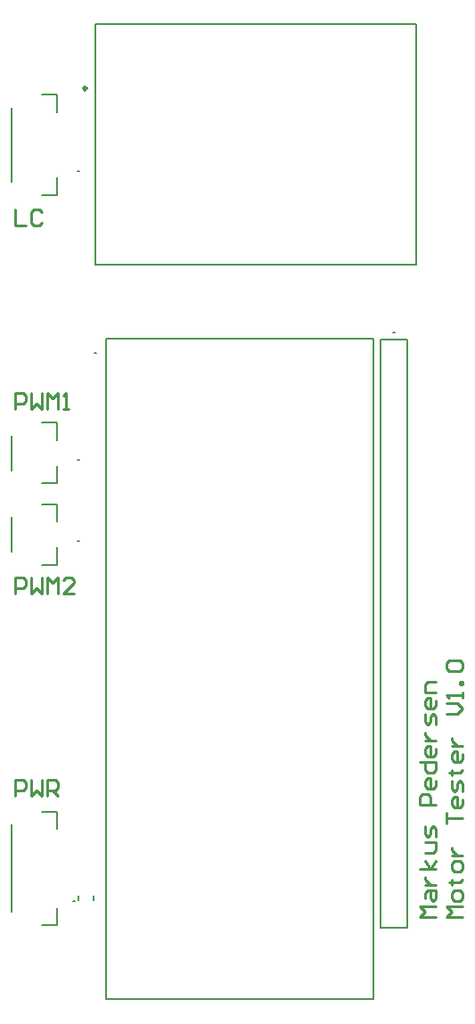
<source format=gto>
G04*
G04 #@! TF.GenerationSoftware,Altium Limited,Altium Designer,23.8.1 (32)*
G04*
G04 Layer_Color=65535*
%FSLAX25Y25*%
%MOIN*%
G70*
G04*
G04 #@! TF.SameCoordinates,42C2680F-6346-4846-91F9-FAAF1016F3F0*
G04*
G04*
G04 #@! TF.FilePolarity,Positive*
G04*
G01*
G75*
%ADD10C,0.00787*%
%ADD11C,0.01181*%
%ADD12C,0.00500*%
%ADD13C,0.01000*%
D10*
X527378Y360480D02*
X526590D01*
X527378D01*
X521055Y290216D02*
X520268D01*
X521055D01*
Y320728D02*
X520268D01*
X521055D01*
X519479Y155551D02*
X518692D01*
X519479D01*
X521055Y428610D02*
X520268D01*
X521055D01*
X639044Y368425D02*
X638257D01*
X639044D01*
X633651Y365472D02*
X643651D01*
Y145473D02*
Y365472D01*
X633651Y145473D02*
X643651D01*
X633651D02*
Y365472D01*
X526476Y155945D02*
Y157520D01*
X520768Y155945D02*
Y157520D01*
D11*
X523722Y459454D02*
X523131Y460044D01*
X522540Y459454D01*
X523131Y458863D01*
X523722Y459454D01*
D12*
X530984Y118976D02*
X630984D01*
Y365984D01*
X530984D02*
X630984D01*
X530984Y118976D02*
Y365984D01*
X506961Y303996D02*
X512591D01*
X495858Y286161D02*
Y299193D01*
X506961Y281358D02*
X512591D01*
Y287776D01*
Y297579D02*
Y303996D01*
X506961Y334508D02*
X512591D01*
X495858Y316673D02*
Y329705D01*
X506961Y311870D02*
X512591D01*
Y318287D01*
Y328091D02*
Y334508D01*
X506960Y189016D02*
X512590D01*
Y182618D02*
Y189016D01*
Y146693D02*
Y153091D01*
X506960Y146693D02*
X512590D01*
X495857Y151516D02*
Y184193D01*
X506961Y457154D02*
X512591D01*
X495858Y424555D02*
Y452350D01*
X506961Y419752D02*
X512591D01*
Y426169D01*
Y450736D02*
Y457154D01*
X527131Y393454D02*
Y483454D01*
X647131D01*
Y393454D02*
Y483454D01*
X527131Y393454D02*
X647131D01*
D13*
X664354Y149622D02*
X658356D01*
X660356Y151621D01*
X658356Y153621D01*
X664354D01*
Y156620D02*
Y158619D01*
X663355Y159619D01*
X661355D01*
X660356Y158619D01*
Y156620D01*
X661355Y155620D01*
X663355D01*
X664354Y156620D01*
X659356Y162618D02*
X660356D01*
Y161618D01*
Y163618D01*
Y162618D01*
X663355D01*
X664354Y163618D01*
Y167616D02*
Y169616D01*
X663355Y170615D01*
X661355D01*
X660356Y169616D01*
Y167616D01*
X661355Y166616D01*
X663355D01*
X664354Y167616D01*
X660356Y172615D02*
X664354D01*
X662355D01*
X661355Y173614D01*
X660356Y174614D01*
Y175614D01*
X658356Y184611D02*
Y188609D01*
Y186610D01*
X664354D01*
Y193608D02*
Y191609D01*
X663355Y190609D01*
X661355D01*
X660356Y191609D01*
Y193608D01*
X661355Y194607D01*
X662355D01*
Y190609D01*
X664354Y196607D02*
Y199606D01*
X663355Y200606D01*
X662355Y199606D01*
Y197607D01*
X661355Y196607D01*
X660356Y197607D01*
Y200606D01*
X659356Y203605D02*
X660356D01*
Y202605D01*
Y204604D01*
Y203605D01*
X663355D01*
X664354Y204604D01*
Y210602D02*
Y208603D01*
X663355Y207603D01*
X661355D01*
X660356Y208603D01*
Y210602D01*
X661355Y211602D01*
X662355D01*
Y207603D01*
X660356Y213601D02*
X664354D01*
X662355D01*
X661355Y214601D01*
X660356Y215601D01*
Y216600D01*
X658356Y225598D02*
X662355D01*
X664354Y227597D01*
X662355Y229596D01*
X658356D01*
X664354Y231595D02*
Y233595D01*
Y232595D01*
X658356D01*
X659356Y231595D01*
X664354Y236594D02*
X663355D01*
Y237594D01*
X664354D01*
Y236594D01*
X659356Y241592D02*
X658356Y242592D01*
Y244591D01*
X659356Y245591D01*
X663355D01*
X664354Y244591D01*
Y242592D01*
X663355Y241592D01*
X659356D01*
X654512Y149622D02*
X648514D01*
X650513Y151621D01*
X648514Y153621D01*
X654512D01*
X650513Y156620D02*
Y158619D01*
X651513Y159619D01*
X654512D01*
Y156620D01*
X653512Y155620D01*
X652512Y156620D01*
Y159619D01*
X650513Y161618D02*
X654512D01*
X652512D01*
X651513Y162618D01*
X650513Y163618D01*
Y164617D01*
X654512Y167616D02*
X648514D01*
X652512D02*
X650513Y170615D01*
X652512Y167616D02*
X654512Y170615D01*
X650513Y173614D02*
X653512D01*
X654512Y174614D01*
Y177613D01*
X650513D01*
X654512Y179612D02*
Y182611D01*
X653512Y183611D01*
X652512Y182611D01*
Y180612D01*
X651513Y179612D01*
X650513Y180612D01*
Y183611D01*
X654512Y191609D02*
X648514D01*
Y194607D01*
X649513Y195607D01*
X651513D01*
X652512Y194607D01*
Y191609D01*
X654512Y200606D02*
Y198606D01*
X653512Y197607D01*
X651513D01*
X650513Y198606D01*
Y200606D01*
X651513Y201605D01*
X652512D01*
Y197607D01*
X648514Y207603D02*
X654512D01*
Y204604D01*
X653512Y203605D01*
X651513D01*
X650513Y204604D01*
Y207603D01*
X654512Y212602D02*
Y210602D01*
X653512Y209603D01*
X651513D01*
X650513Y210602D01*
Y212602D01*
X651513Y213601D01*
X652512D01*
Y209603D01*
X650513Y215601D02*
X654512D01*
X652512D01*
X651513Y216600D01*
X650513Y217600D01*
Y218600D01*
X654512Y221599D02*
Y224598D01*
X653512Y225598D01*
X652512Y224598D01*
Y222598D01*
X651513Y221599D01*
X650513Y222598D01*
Y225598D01*
X654512Y230596D02*
Y228596D01*
X653512Y227597D01*
X651513D01*
X650513Y228596D01*
Y230596D01*
X651513Y231595D01*
X652512D01*
Y227597D01*
X654512Y233595D02*
X650513D01*
Y236594D01*
X651513Y237594D01*
X654512D01*
X497063Y194836D02*
Y200834D01*
X500062D01*
X501062Y199834D01*
Y197835D01*
X500062Y196835D01*
X497063D01*
X503061Y200834D02*
Y194836D01*
X505060Y196835D01*
X507060Y194836D01*
Y200834D01*
X509059Y194836D02*
Y200834D01*
X512058D01*
X513058Y199834D01*
Y197835D01*
X512058Y196835D01*
X509059D01*
X511059D02*
X513058Y194836D01*
X497063Y270623D02*
Y276621D01*
X500062D01*
X501062Y275621D01*
Y273622D01*
X500062Y272622D01*
X497063D01*
X503061Y276621D02*
Y270623D01*
X505060Y272622D01*
X507060Y270623D01*
Y276621D01*
X509059Y270623D02*
Y276621D01*
X511059Y274622D01*
X513058Y276621D01*
Y270623D01*
X519056D02*
X515057D01*
X519056Y274622D01*
Y275621D01*
X518056Y276621D01*
X516057D01*
X515057Y275621D01*
X497063Y339521D02*
Y345519D01*
X500062D01*
X501062Y344519D01*
Y342520D01*
X500062Y341520D01*
X497063D01*
X503061Y345519D02*
Y339521D01*
X505060Y341520D01*
X507060Y339521D01*
Y345519D01*
X509059Y339521D02*
Y345519D01*
X511059Y343519D01*
X513058Y345519D01*
Y339521D01*
X515057D02*
X517057D01*
X516057D01*
Y345519D01*
X515057Y344519D01*
X497063Y414416D02*
Y408418D01*
X501062D01*
X507060Y413417D02*
X506060Y414416D01*
X504061D01*
X503061Y413417D01*
Y409418D01*
X504061Y408418D01*
X506060D01*
X507060Y409418D01*
M02*

</source>
